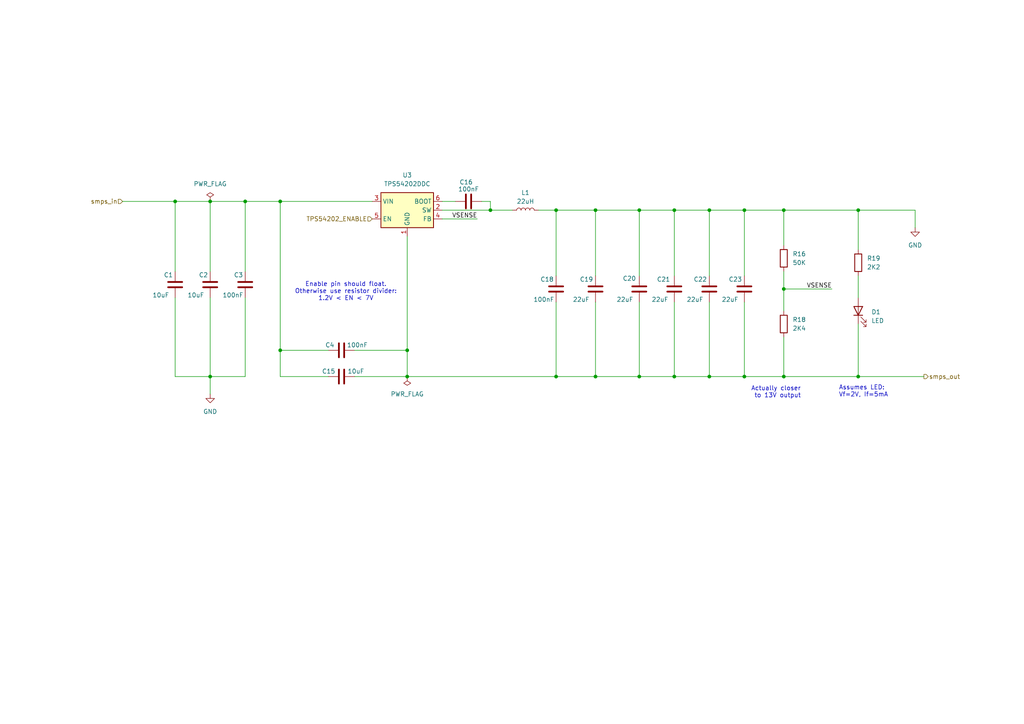
<source format=kicad_sch>
(kicad_sch
	(version 20231120)
	(generator "eeschema")
	(generator_version "8.0")
	(uuid "2cabf97a-8b70-40c7-9d97-7314d50ae0f3")
	(paper "A4")
	(title_block
		(title "${PROJECTNAME}")
		(date "2024-10-22")
		(rev "${REVISION}")
		(company "Created By: ${AUTHOR}")
	)
	(lib_symbols
		(symbol "Device:C"
			(pin_numbers hide)
			(pin_names
				(offset 0.254)
			)
			(exclude_from_sim no)
			(in_bom yes)
			(on_board yes)
			(property "Reference" "C"
				(at 0.635 2.54 0)
				(effects
					(font
						(size 1.27 1.27)
					)
					(justify left)
				)
			)
			(property "Value" "C"
				(at 0.635 -2.54 0)
				(effects
					(font
						(size 1.27 1.27)
					)
					(justify left)
				)
			)
			(property "Footprint" ""
				(at 0.9652 -3.81 0)
				(effects
					(font
						(size 1.27 1.27)
					)
					(hide yes)
				)
			)
			(property "Datasheet" "~"
				(at 0 0 0)
				(effects
					(font
						(size 1.27 1.27)
					)
					(hide yes)
				)
			)
			(property "Description" "Unpolarized capacitor"
				(at 0 0 0)
				(effects
					(font
						(size 1.27 1.27)
					)
					(hide yes)
				)
			)
			(property "ki_keywords" "cap capacitor"
				(at 0 0 0)
				(effects
					(font
						(size 1.27 1.27)
					)
					(hide yes)
				)
			)
			(property "ki_fp_filters" "C_*"
				(at 0 0 0)
				(effects
					(font
						(size 1.27 1.27)
					)
					(hide yes)
				)
			)
			(symbol "C_0_1"
				(polyline
					(pts
						(xy -2.032 -0.762) (xy 2.032 -0.762)
					)
					(stroke
						(width 0.508)
						(type default)
					)
					(fill
						(type none)
					)
				)
				(polyline
					(pts
						(xy -2.032 0.762) (xy 2.032 0.762)
					)
					(stroke
						(width 0.508)
						(type default)
					)
					(fill
						(type none)
					)
				)
			)
			(symbol "C_1_1"
				(pin passive line
					(at 0 3.81 270)
					(length 2.794)
					(name "~"
						(effects
							(font
								(size 1.27 1.27)
							)
						)
					)
					(number "1"
						(effects
							(font
								(size 1.27 1.27)
							)
						)
					)
				)
				(pin passive line
					(at 0 -3.81 90)
					(length 2.794)
					(name "~"
						(effects
							(font
								(size 1.27 1.27)
							)
						)
					)
					(number "2"
						(effects
							(font
								(size 1.27 1.27)
							)
						)
					)
				)
			)
		)
		(symbol "Device:L"
			(pin_numbers hide)
			(pin_names
				(offset 1.016) hide)
			(exclude_from_sim no)
			(in_bom yes)
			(on_board yes)
			(property "Reference" "L"
				(at -1.27 0 90)
				(effects
					(font
						(size 1.27 1.27)
					)
				)
			)
			(property "Value" "L"
				(at 1.905 0 90)
				(effects
					(font
						(size 1.27 1.27)
					)
				)
			)
			(property "Footprint" ""
				(at 0 0 0)
				(effects
					(font
						(size 1.27 1.27)
					)
					(hide yes)
				)
			)
			(property "Datasheet" "~"
				(at 0 0 0)
				(effects
					(font
						(size 1.27 1.27)
					)
					(hide yes)
				)
			)
			(property "Description" "Inductor"
				(at 0 0 0)
				(effects
					(font
						(size 1.27 1.27)
					)
					(hide yes)
				)
			)
			(property "ki_keywords" "inductor choke coil reactor magnetic"
				(at 0 0 0)
				(effects
					(font
						(size 1.27 1.27)
					)
					(hide yes)
				)
			)
			(property "ki_fp_filters" "Choke_* *Coil* Inductor_* L_*"
				(at 0 0 0)
				(effects
					(font
						(size 1.27 1.27)
					)
					(hide yes)
				)
			)
			(symbol "L_0_1"
				(arc
					(start 0 -2.54)
					(mid 0.6323 -1.905)
					(end 0 -1.27)
					(stroke
						(width 0)
						(type default)
					)
					(fill
						(type none)
					)
				)
				(arc
					(start 0 -1.27)
					(mid 0.6323 -0.635)
					(end 0 0)
					(stroke
						(width 0)
						(type default)
					)
					(fill
						(type none)
					)
				)
				(arc
					(start 0 0)
					(mid 0.6323 0.635)
					(end 0 1.27)
					(stroke
						(width 0)
						(type default)
					)
					(fill
						(type none)
					)
				)
				(arc
					(start 0 1.27)
					(mid 0.6323 1.905)
					(end 0 2.54)
					(stroke
						(width 0)
						(type default)
					)
					(fill
						(type none)
					)
				)
			)
			(symbol "L_1_1"
				(pin passive line
					(at 0 3.81 270)
					(length 1.27)
					(name "1"
						(effects
							(font
								(size 1.27 1.27)
							)
						)
					)
					(number "1"
						(effects
							(font
								(size 1.27 1.27)
							)
						)
					)
				)
				(pin passive line
					(at 0 -3.81 90)
					(length 1.27)
					(name "2"
						(effects
							(font
								(size 1.27 1.27)
							)
						)
					)
					(number "2"
						(effects
							(font
								(size 1.27 1.27)
							)
						)
					)
				)
			)
		)
		(symbol "Device:LED"
			(pin_numbers hide)
			(pin_names
				(offset 1.016) hide)
			(exclude_from_sim no)
			(in_bom yes)
			(on_board yes)
			(property "Reference" "D"
				(at 0 2.54 0)
				(effects
					(font
						(size 1.27 1.27)
					)
				)
			)
			(property "Value" "LED"
				(at 0 -2.54 0)
				(effects
					(font
						(size 1.27 1.27)
					)
				)
			)
			(property "Footprint" ""
				(at 0 0 0)
				(effects
					(font
						(size 1.27 1.27)
					)
					(hide yes)
				)
			)
			(property "Datasheet" "~"
				(at 0 0 0)
				(effects
					(font
						(size 1.27 1.27)
					)
					(hide yes)
				)
			)
			(property "Description" "Light emitting diode"
				(at 0 0 0)
				(effects
					(font
						(size 1.27 1.27)
					)
					(hide yes)
				)
			)
			(property "ki_keywords" "LED diode"
				(at 0 0 0)
				(effects
					(font
						(size 1.27 1.27)
					)
					(hide yes)
				)
			)
			(property "ki_fp_filters" "LED* LED_SMD:* LED_THT:*"
				(at 0 0 0)
				(effects
					(font
						(size 1.27 1.27)
					)
					(hide yes)
				)
			)
			(symbol "LED_0_1"
				(polyline
					(pts
						(xy -1.27 -1.27) (xy -1.27 1.27)
					)
					(stroke
						(width 0.254)
						(type default)
					)
					(fill
						(type none)
					)
				)
				(polyline
					(pts
						(xy -1.27 0) (xy 1.27 0)
					)
					(stroke
						(width 0)
						(type default)
					)
					(fill
						(type none)
					)
				)
				(polyline
					(pts
						(xy 1.27 -1.27) (xy 1.27 1.27) (xy -1.27 0) (xy 1.27 -1.27)
					)
					(stroke
						(width 0.254)
						(type default)
					)
					(fill
						(type none)
					)
				)
				(polyline
					(pts
						(xy -3.048 -0.762) (xy -4.572 -2.286) (xy -3.81 -2.286) (xy -4.572 -2.286) (xy -4.572 -1.524)
					)
					(stroke
						(width 0)
						(type default)
					)
					(fill
						(type none)
					)
				)
				(polyline
					(pts
						(xy -1.778 -0.762) (xy -3.302 -2.286) (xy -2.54 -2.286) (xy -3.302 -2.286) (xy -3.302 -1.524)
					)
					(stroke
						(width 0)
						(type default)
					)
					(fill
						(type none)
					)
				)
			)
			(symbol "LED_1_1"
				(pin passive line
					(at -3.81 0 0)
					(length 2.54)
					(name "K"
						(effects
							(font
								(size 1.27 1.27)
							)
						)
					)
					(number "1"
						(effects
							(font
								(size 1.27 1.27)
							)
						)
					)
				)
				(pin passive line
					(at 3.81 0 180)
					(length 2.54)
					(name "A"
						(effects
							(font
								(size 1.27 1.27)
							)
						)
					)
					(number "2"
						(effects
							(font
								(size 1.27 1.27)
							)
						)
					)
				)
			)
		)
		(symbol "Device:R"
			(pin_numbers hide)
			(pin_names
				(offset 0)
			)
			(exclude_from_sim no)
			(in_bom yes)
			(on_board yes)
			(property "Reference" "R"
				(at 2.032 0 90)
				(effects
					(font
						(size 1.27 1.27)
					)
				)
			)
			(property "Value" "R"
				(at 0 0 90)
				(effects
					(font
						(size 1.27 1.27)
					)
				)
			)
			(property "Footprint" ""
				(at -1.778 0 90)
				(effects
					(font
						(size 1.27 1.27)
					)
					(hide yes)
				)
			)
			(property "Datasheet" "~"
				(at 0 0 0)
				(effects
					(font
						(size 1.27 1.27)
					)
					(hide yes)
				)
			)
			(property "Description" "Resistor"
				(at 0 0 0)
				(effects
					(font
						(size 1.27 1.27)
					)
					(hide yes)
				)
			)
			(property "ki_keywords" "R res resistor"
				(at 0 0 0)
				(effects
					(font
						(size 1.27 1.27)
					)
					(hide yes)
				)
			)
			(property "ki_fp_filters" "R_*"
				(at 0 0 0)
				(effects
					(font
						(size 1.27 1.27)
					)
					(hide yes)
				)
			)
			(symbol "R_0_1"
				(rectangle
					(start -1.016 -2.54)
					(end 1.016 2.54)
					(stroke
						(width 0.254)
						(type default)
					)
					(fill
						(type none)
					)
				)
			)
			(symbol "R_1_1"
				(pin passive line
					(at 0 3.81 270)
					(length 1.27)
					(name "~"
						(effects
							(font
								(size 1.27 1.27)
							)
						)
					)
					(number "1"
						(effects
							(font
								(size 1.27 1.27)
							)
						)
					)
				)
				(pin passive line
					(at 0 -3.81 90)
					(length 1.27)
					(name "~"
						(effects
							(font
								(size 1.27 1.27)
							)
						)
					)
					(number "2"
						(effects
							(font
								(size 1.27 1.27)
							)
						)
					)
				)
			)
		)
		(symbol "Regulator_Switching:TPS54202DDC"
			(exclude_from_sim no)
			(in_bom yes)
			(on_board yes)
			(property "Reference" "U"
				(at -7.62 6.35 0)
				(effects
					(font
						(size 1.27 1.27)
					)
					(justify left)
				)
			)
			(property "Value" "TPS54202DDC"
				(at 0 6.35 0)
				(effects
					(font
						(size 1.27 1.27)
					)
					(justify left)
				)
			)
			(property "Footprint" "Package_TO_SOT_SMD:SOT-23-6"
				(at 1.27 -8.89 0)
				(effects
					(font
						(size 1.27 1.27)
					)
					(justify left)
					(hide yes)
				)
			)
			(property "Datasheet" "http://www.ti.com/lit/ds/symlink/tps54202.pdf"
				(at -7.62 8.89 0)
				(effects
					(font
						(size 1.27 1.27)
					)
					(hide yes)
				)
			)
			(property "Description" "2A, 4.5 to 28V Input, EMI Friendly integrated switch synchronous step-down regulator, pulse-skipping, SOT-23-6"
				(at 0 0 0)
				(effects
					(font
						(size 1.27 1.27)
					)
					(hide yes)
				)
			)
			(property "ki_keywords" "switching buck converter power-supply voltage regulator emi spread spectrum"
				(at 0 0 0)
				(effects
					(font
						(size 1.27 1.27)
					)
					(hide yes)
				)
			)
			(property "ki_fp_filters" "SOT?23*"
				(at 0 0 0)
				(effects
					(font
						(size 1.27 1.27)
					)
					(hide yes)
				)
			)
			(symbol "TPS54202DDC_0_1"
				(rectangle
					(start -7.62 5.08)
					(end 7.62 -5.08)
					(stroke
						(width 0.254)
						(type default)
					)
					(fill
						(type background)
					)
				)
			)
			(symbol "TPS54202DDC_1_1"
				(pin power_in line
					(at 0 -7.62 90)
					(length 2.54)
					(name "GND"
						(effects
							(font
								(size 1.27 1.27)
							)
						)
					)
					(number "1"
						(effects
							(font
								(size 1.27 1.27)
							)
						)
					)
				)
				(pin power_out line
					(at 10.16 0 180)
					(length 2.54)
					(name "SW"
						(effects
							(font
								(size 1.27 1.27)
							)
						)
					)
					(number "2"
						(effects
							(font
								(size 1.27 1.27)
							)
						)
					)
				)
				(pin power_in line
					(at -10.16 2.54 0)
					(length 2.54)
					(name "VIN"
						(effects
							(font
								(size 1.27 1.27)
							)
						)
					)
					(number "3"
						(effects
							(font
								(size 1.27 1.27)
							)
						)
					)
				)
				(pin input line
					(at 10.16 -2.54 180)
					(length 2.54)
					(name "FB"
						(effects
							(font
								(size 1.27 1.27)
							)
						)
					)
					(number "4"
						(effects
							(font
								(size 1.27 1.27)
							)
						)
					)
				)
				(pin input line
					(at -10.16 -2.54 0)
					(length 2.54)
					(name "EN"
						(effects
							(font
								(size 1.27 1.27)
							)
						)
					)
					(number "5"
						(effects
							(font
								(size 1.27 1.27)
							)
						)
					)
				)
				(pin passive line
					(at 10.16 2.54 180)
					(length 2.54)
					(name "BOOT"
						(effects
							(font
								(size 1.27 1.27)
							)
						)
					)
					(number "6"
						(effects
							(font
								(size 1.27 1.27)
							)
						)
					)
				)
			)
		)
		(symbol "power:GND"
			(power)
			(pin_numbers hide)
			(pin_names
				(offset 0) hide)
			(exclude_from_sim no)
			(in_bom yes)
			(on_board yes)
			(property "Reference" "#PWR"
				(at 0 -6.35 0)
				(effects
					(font
						(size 1.27 1.27)
					)
					(hide yes)
				)
			)
			(property "Value" "GND"
				(at 0 -3.81 0)
				(effects
					(font
						(size 1.27 1.27)
					)
				)
			)
			(property "Footprint" ""
				(at 0 0 0)
				(effects
					(font
						(size 1.27 1.27)
					)
					(hide yes)
				)
			)
			(property "Datasheet" ""
				(at 0 0 0)
				(effects
					(font
						(size 1.27 1.27)
					)
					(hide yes)
				)
			)
			(property "Description" "Power symbol creates a global label with name \"GND\" , ground"
				(at 0 0 0)
				(effects
					(font
						(size 1.27 1.27)
					)
					(hide yes)
				)
			)
			(property "ki_keywords" "global power"
				(at 0 0 0)
				(effects
					(font
						(size 1.27 1.27)
					)
					(hide yes)
				)
			)
			(symbol "GND_0_1"
				(polyline
					(pts
						(xy 0 0) (xy 0 -1.27) (xy 1.27 -1.27) (xy 0 -2.54) (xy -1.27 -1.27) (xy 0 -1.27)
					)
					(stroke
						(width 0)
						(type default)
					)
					(fill
						(type none)
					)
				)
			)
			(symbol "GND_1_1"
				(pin power_in line
					(at 0 0 270)
					(length 0)
					(name "~"
						(effects
							(font
								(size 1.27 1.27)
							)
						)
					)
					(number "1"
						(effects
							(font
								(size 1.27 1.27)
							)
						)
					)
				)
			)
		)
		(symbol "power:PWR_FLAG"
			(power)
			(pin_numbers hide)
			(pin_names
				(offset 0) hide)
			(exclude_from_sim no)
			(in_bom yes)
			(on_board yes)
			(property "Reference" "#FLG"
				(at 0 1.905 0)
				(effects
					(font
						(size 1.27 1.27)
					)
					(hide yes)
				)
			)
			(property "Value" "PWR_FLAG"
				(at 0 3.81 0)
				(effects
					(font
						(size 1.27 1.27)
					)
				)
			)
			(property "Footprint" ""
				(at 0 0 0)
				(effects
					(font
						(size 1.27 1.27)
					)
					(hide yes)
				)
			)
			(property "Datasheet" "~"
				(at 0 0 0)
				(effects
					(font
						(size 1.27 1.27)
					)
					(hide yes)
				)
			)
			(property "Description" "Special symbol for telling ERC where power comes from"
				(at 0 0 0)
				(effects
					(font
						(size 1.27 1.27)
					)
					(hide yes)
				)
			)
			(property "ki_keywords" "flag power"
				(at 0 0 0)
				(effects
					(font
						(size 1.27 1.27)
					)
					(hide yes)
				)
			)
			(symbol "PWR_FLAG_0_0"
				(pin power_out line
					(at 0 0 90)
					(length 0)
					(name "~"
						(effects
							(font
								(size 1.27 1.27)
							)
						)
					)
					(number "1"
						(effects
							(font
								(size 1.27 1.27)
							)
						)
					)
				)
			)
			(symbol "PWR_FLAG_0_1"
				(polyline
					(pts
						(xy 0 0) (xy 0 1.27) (xy -1.016 1.905) (xy 0 2.54) (xy 1.016 1.905) (xy 0 1.27)
					)
					(stroke
						(width 0)
						(type default)
					)
					(fill
						(type none)
					)
				)
			)
		)
	)
	(junction
		(at 118.11 101.6)
		(diameter 0)
		(color 0 0 0 0)
		(uuid "042eeacf-102d-4555-940c-af3435c21fa9")
	)
	(junction
		(at 185.42 109.22)
		(diameter 0)
		(color 0 0 0 0)
		(uuid "04bf8b0d-70dc-4e07-8b26-20d3bbe4760e")
	)
	(junction
		(at 161.29 60.96)
		(diameter 0)
		(color 0 0 0 0)
		(uuid "08fb56b9-7b7e-46a0-9286-aca48fa8af67")
	)
	(junction
		(at 172.72 60.96)
		(diameter 0)
		(color 0 0 0 0)
		(uuid "12b5eb29-7212-4228-8222-f8044a9b5f50")
	)
	(junction
		(at 60.96 58.42)
		(diameter 0)
		(color 0 0 0 0)
		(uuid "135920e2-e4c0-48ea-b292-78fdd1d2f9d5")
	)
	(junction
		(at 227.33 83.82)
		(diameter 0)
		(color 0 0 0 0)
		(uuid "1a4bfe77-deca-4d90-b834-4de805c21dd0")
	)
	(junction
		(at 205.74 60.96)
		(diameter 0)
		(color 0 0 0 0)
		(uuid "25036d63-9d02-42d4-ae9d-ddffca64e0f1")
	)
	(junction
		(at 227.33 109.22)
		(diameter 0)
		(color 0 0 0 0)
		(uuid "44a32992-e28d-48b1-914f-49e711697264")
	)
	(junction
		(at 161.29 109.22)
		(diameter 0)
		(color 0 0 0 0)
		(uuid "5bdaf1b4-7c7b-47d4-89de-67cc48325224")
	)
	(junction
		(at 118.11 109.22)
		(diameter 0)
		(color 0 0 0 0)
		(uuid "5ddfef89-ab81-4013-843d-593b0e62f9a1")
	)
	(junction
		(at 215.9 60.96)
		(diameter 0)
		(color 0 0 0 0)
		(uuid "7c8d5ec9-7efe-425a-a227-78d4d938e793")
	)
	(junction
		(at 81.28 101.6)
		(diameter 0)
		(color 0 0 0 0)
		(uuid "863e7474-8853-4c73-9f17-ea7437805d48")
	)
	(junction
		(at 81.28 58.42)
		(diameter 0)
		(color 0 0 0 0)
		(uuid "8678df71-6c35-4e7b-b4c6-9a2f47d92919")
	)
	(junction
		(at 71.12 58.42)
		(diameter 0)
		(color 0 0 0 0)
		(uuid "870b97a9-3cf0-438c-a278-9ada6ba666af")
	)
	(junction
		(at 195.58 109.22)
		(diameter 0)
		(color 0 0 0 0)
		(uuid "a0e9605f-d68f-4306-8cbd-b05dc9a75fc8")
	)
	(junction
		(at 142.24 60.96)
		(diameter 0)
		(color 0 0 0 0)
		(uuid "a3953ee0-bdfc-4cc5-8042-c9aeee3477bb")
	)
	(junction
		(at 227.33 60.96)
		(diameter 0)
		(color 0 0 0 0)
		(uuid "b8acc0c7-8e4e-4e79-9d09-fb4b4a484778")
	)
	(junction
		(at 60.96 109.22)
		(diameter 0)
		(color 0 0 0 0)
		(uuid "b92fffb1-39bb-421f-b400-f8748916f21b")
	)
	(junction
		(at 172.72 109.22)
		(diameter 0)
		(color 0 0 0 0)
		(uuid "bcf54106-810a-416f-bc73-acb924b31a14")
	)
	(junction
		(at 185.42 60.96)
		(diameter 0)
		(color 0 0 0 0)
		(uuid "bd702f4a-c3c7-47a5-98be-00f6c241a35c")
	)
	(junction
		(at 205.74 109.22)
		(diameter 0)
		(color 0 0 0 0)
		(uuid "c9e4fa6b-0dad-462c-af8b-513480d23da8")
	)
	(junction
		(at 248.92 109.22)
		(diameter 0)
		(color 0 0 0 0)
		(uuid "f1714e83-b9da-4f94-90f5-9e3ed4aa3d13")
	)
	(junction
		(at 248.92 60.96)
		(diameter 0)
		(color 0 0 0 0)
		(uuid "f7b21ef7-bec2-472b-83df-33d521b9d871")
	)
	(junction
		(at 50.8 58.42)
		(diameter 0)
		(color 0 0 0 0)
		(uuid "f7ee99f5-49f5-4465-b9e7-b046187c65e4")
	)
	(junction
		(at 195.58 60.96)
		(diameter 0)
		(color 0 0 0 0)
		(uuid "f9507563-098e-4053-930b-79d52e51f3a4")
	)
	(junction
		(at 215.9 109.22)
		(diameter 0)
		(color 0 0 0 0)
		(uuid "feb5f205-b3ae-492a-b888-6ca79bc3974d")
	)
	(wire
		(pts
			(xy 60.96 109.22) (xy 60.96 114.3)
		)
		(stroke
			(width 0)
			(type default)
		)
		(uuid "052fbf44-7071-46ab-9e29-983f65cb258a")
	)
	(wire
		(pts
			(xy 102.87 109.22) (xy 118.11 109.22)
		)
		(stroke
			(width 0)
			(type default)
		)
		(uuid "11255d11-ec7b-45a5-9d85-8be74a664c6f")
	)
	(wire
		(pts
			(xy 172.72 60.96) (xy 172.72 80.01)
		)
		(stroke
			(width 0)
			(type default)
		)
		(uuid "12bc6765-ec40-4810-91ed-f58c0c55f436")
	)
	(wire
		(pts
			(xy 60.96 109.22) (xy 71.12 109.22)
		)
		(stroke
			(width 0)
			(type default)
		)
		(uuid "182bbb25-be84-4da9-97f5-aba3ca1b6df8")
	)
	(wire
		(pts
			(xy 81.28 109.22) (xy 95.25 109.22)
		)
		(stroke
			(width 0)
			(type default)
		)
		(uuid "1d235ae0-881b-46c9-bc79-1bc979931a01")
	)
	(wire
		(pts
			(xy 50.8 58.42) (xy 60.96 58.42)
		)
		(stroke
			(width 0)
			(type default)
		)
		(uuid "1e47ae70-5614-4bbd-a217-90aaf89579b4")
	)
	(wire
		(pts
			(xy 227.33 97.79) (xy 227.33 109.22)
		)
		(stroke
			(width 0)
			(type default)
		)
		(uuid "23b097e8-f0cf-45e6-8571-1f1af4fb5a87")
	)
	(wire
		(pts
			(xy 128.27 60.96) (xy 142.24 60.96)
		)
		(stroke
			(width 0)
			(type default)
		)
		(uuid "2f9872ba-efb7-48c9-bd30-534a7d6130a7")
	)
	(wire
		(pts
			(xy 172.72 109.22) (xy 185.42 109.22)
		)
		(stroke
			(width 0)
			(type default)
		)
		(uuid "30322f77-9c98-4dda-a7d7-7eb2cd44b945")
	)
	(wire
		(pts
			(xy 118.11 109.22) (xy 161.29 109.22)
		)
		(stroke
			(width 0)
			(type default)
		)
		(uuid "304e48e7-b129-4525-9a11-eab47dd3affc")
	)
	(wire
		(pts
			(xy 71.12 58.42) (xy 81.28 58.42)
		)
		(stroke
			(width 0)
			(type default)
		)
		(uuid "329ecf4f-cf12-42d5-96a1-8e0ce70f8222")
	)
	(wire
		(pts
			(xy 195.58 87.63) (xy 195.58 109.22)
		)
		(stroke
			(width 0)
			(type default)
		)
		(uuid "37764cc8-8fe3-4229-b4bb-c650850f0465")
	)
	(wire
		(pts
			(xy 60.96 58.42) (xy 60.96 78.74)
		)
		(stroke
			(width 0)
			(type default)
		)
		(uuid "3dced9fb-9848-4b31-b182-7a8c41b6016c")
	)
	(wire
		(pts
			(xy 205.74 60.96) (xy 215.9 60.96)
		)
		(stroke
			(width 0)
			(type default)
		)
		(uuid "4a3e15fa-9e80-4e60-b943-0aab832e0c77")
	)
	(wire
		(pts
			(xy 195.58 109.22) (xy 205.74 109.22)
		)
		(stroke
			(width 0)
			(type default)
		)
		(uuid "4cd62b24-e59b-46e4-b4e6-0338933d40df")
	)
	(wire
		(pts
			(xy 185.42 60.96) (xy 185.42 80.01)
		)
		(stroke
			(width 0)
			(type default)
		)
		(uuid "4dd0e20e-f8d8-4f24-81d6-587e66b1317e")
	)
	(wire
		(pts
			(xy 142.24 58.42) (xy 142.24 60.96)
		)
		(stroke
			(width 0)
			(type default)
		)
		(uuid "534d6080-12e3-41f1-b5bb-439c3368db07")
	)
	(wire
		(pts
			(xy 139.7 58.42) (xy 142.24 58.42)
		)
		(stroke
			(width 0)
			(type default)
		)
		(uuid "57c0ed80-d0b9-4c03-a8b2-22587b4411c4")
	)
	(wire
		(pts
			(xy 227.33 83.82) (xy 227.33 90.17)
		)
		(stroke
			(width 0)
			(type default)
		)
		(uuid "5b1c1217-dfb0-4c28-b5c9-0ec0c63bb006")
	)
	(wire
		(pts
			(xy 185.42 60.96) (xy 195.58 60.96)
		)
		(stroke
			(width 0)
			(type default)
		)
		(uuid "5dde8436-842b-437e-8f48-399622b1bf3e")
	)
	(wire
		(pts
			(xy 215.9 87.63) (xy 215.9 109.22)
		)
		(stroke
			(width 0)
			(type default)
		)
		(uuid "60fc8d6d-347e-483f-995b-03d6cccbe383")
	)
	(wire
		(pts
			(xy 172.72 87.63) (xy 172.72 109.22)
		)
		(stroke
			(width 0)
			(type default)
		)
		(uuid "644a0d77-999e-4cb3-8127-506faaa6fa50")
	)
	(wire
		(pts
			(xy 161.29 87.63) (xy 161.29 109.22)
		)
		(stroke
			(width 0)
			(type default)
		)
		(uuid "688c5f6d-4ad2-4aa9-ab2b-9b7a8c3e1b74")
	)
	(wire
		(pts
			(xy 81.28 101.6) (xy 81.28 109.22)
		)
		(stroke
			(width 0)
			(type default)
		)
		(uuid "68f84635-6c0a-4695-87d6-abf8a5524a12")
	)
	(wire
		(pts
			(xy 71.12 58.42) (xy 71.12 78.74)
		)
		(stroke
			(width 0)
			(type default)
		)
		(uuid "69f63421-4eea-4f37-9253-a1770e11e56d")
	)
	(wire
		(pts
			(xy 205.74 109.22) (xy 215.9 109.22)
		)
		(stroke
			(width 0)
			(type default)
		)
		(uuid "6f5abcaa-8d8a-41c6-880e-3f0b9a850f16")
	)
	(wire
		(pts
			(xy 205.74 87.63) (xy 205.74 109.22)
		)
		(stroke
			(width 0)
			(type default)
		)
		(uuid "70b08cb1-3636-4609-92e1-ac70dc8279d6")
	)
	(wire
		(pts
			(xy 50.8 109.22) (xy 60.96 109.22)
		)
		(stroke
			(width 0)
			(type default)
		)
		(uuid "7544f391-e0c9-4dcc-bb7d-fe4b7c274ed1")
	)
	(wire
		(pts
			(xy 227.33 109.22) (xy 248.92 109.22)
		)
		(stroke
			(width 0)
			(type default)
		)
		(uuid "7625badf-0c69-42f8-a9ad-a0e5bd1c95d2")
	)
	(wire
		(pts
			(xy 60.96 58.42) (xy 71.12 58.42)
		)
		(stroke
			(width 0)
			(type default)
		)
		(uuid "7743804e-6745-430c-aa39-3c3182181dcd")
	)
	(wire
		(pts
			(xy 205.74 60.96) (xy 205.74 80.01)
		)
		(stroke
			(width 0)
			(type default)
		)
		(uuid "780ddcec-1dab-4eb8-8276-2cdec82e373b")
	)
	(wire
		(pts
			(xy 71.12 86.36) (xy 71.12 109.22)
		)
		(stroke
			(width 0)
			(type default)
		)
		(uuid "7978277b-f287-4985-a313-b969e17d1390")
	)
	(wire
		(pts
			(xy 161.29 109.22) (xy 172.72 109.22)
		)
		(stroke
			(width 0)
			(type default)
		)
		(uuid "7ab48d21-d3da-43b6-9cb2-ea5983df2193")
	)
	(wire
		(pts
			(xy 195.58 60.96) (xy 195.58 80.01)
		)
		(stroke
			(width 0)
			(type default)
		)
		(uuid "7f517c54-2532-4753-a55b-4b87008caac7")
	)
	(wire
		(pts
			(xy 248.92 80.01) (xy 248.92 86.36)
		)
		(stroke
			(width 0)
			(type default)
		)
		(uuid "80546a88-05a4-4971-a15b-17a5e3298606")
	)
	(wire
		(pts
			(xy 118.11 68.58) (xy 118.11 101.6)
		)
		(stroke
			(width 0)
			(type default)
		)
		(uuid "84d81788-fe75-43c5-9296-bcfa038e33e9")
	)
	(wire
		(pts
			(xy 128.27 58.42) (xy 132.08 58.42)
		)
		(stroke
			(width 0)
			(type default)
		)
		(uuid "879b9484-28e9-48d9-b4cb-d84e913afbdf")
	)
	(wire
		(pts
			(xy 35.56 58.42) (xy 50.8 58.42)
		)
		(stroke
			(width 0)
			(type default)
		)
		(uuid "8a1fee09-da12-49d8-9796-68d7aa7fb6db")
	)
	(wire
		(pts
			(xy 50.8 86.36) (xy 50.8 109.22)
		)
		(stroke
			(width 0)
			(type default)
		)
		(uuid "932e1d64-c28e-4034-b725-1873123072c2")
	)
	(wire
		(pts
			(xy 81.28 101.6) (xy 95.25 101.6)
		)
		(stroke
			(width 0)
			(type default)
		)
		(uuid "94e4772a-43cd-434a-8059-776d395f9006")
	)
	(wire
		(pts
			(xy 156.21 60.96) (xy 161.29 60.96)
		)
		(stroke
			(width 0)
			(type default)
		)
		(uuid "95845ea6-82e0-47bc-a1f4-b144282e9361")
	)
	(wire
		(pts
			(xy 195.58 60.96) (xy 205.74 60.96)
		)
		(stroke
			(width 0)
			(type default)
		)
		(uuid "988e1303-1551-4043-bc3e-b7cfd2044deb")
	)
	(wire
		(pts
			(xy 248.92 60.96) (xy 265.43 60.96)
		)
		(stroke
			(width 0)
			(type default)
		)
		(uuid "9d75f3cf-fed9-47b6-a994-94b59f00b6d9")
	)
	(wire
		(pts
			(xy 265.43 60.96) (xy 265.43 66.04)
		)
		(stroke
			(width 0)
			(type default)
		)
		(uuid "a5413393-1590-4a34-bf25-d90c27da5920")
	)
	(wire
		(pts
			(xy 81.28 58.42) (xy 81.28 101.6)
		)
		(stroke
			(width 0)
			(type default)
		)
		(uuid "a7dcc3d7-e6d5-492d-a644-d2676e5e9923")
	)
	(wire
		(pts
			(xy 215.9 109.22) (xy 227.33 109.22)
		)
		(stroke
			(width 0)
			(type default)
		)
		(uuid "b31299c4-d7d0-482a-8f9c-1b4e00c5dd8b")
	)
	(wire
		(pts
			(xy 215.9 60.96) (xy 227.33 60.96)
		)
		(stroke
			(width 0)
			(type default)
		)
		(uuid "bae6ff62-df58-44ea-a5be-560754a7b4c0")
	)
	(wire
		(pts
			(xy 161.29 60.96) (xy 161.29 80.01)
		)
		(stroke
			(width 0)
			(type default)
		)
		(uuid "bff55ff6-e9a2-4bbf-bc1e-a1dffe352807")
	)
	(wire
		(pts
			(xy 227.33 60.96) (xy 248.92 60.96)
		)
		(stroke
			(width 0)
			(type default)
		)
		(uuid "c1d793ba-bff2-4407-aaa6-9b0dc373ad67")
	)
	(wire
		(pts
			(xy 118.11 101.6) (xy 118.11 109.22)
		)
		(stroke
			(width 0)
			(type default)
		)
		(uuid "c275c16c-e50a-4a61-ad0f-7c7d9eef29ab")
	)
	(wire
		(pts
			(xy 81.28 58.42) (xy 107.95 58.42)
		)
		(stroke
			(width 0)
			(type default)
		)
		(uuid "c56b618f-8a7e-45cf-9963-0b20f8dfd677")
	)
	(wire
		(pts
			(xy 50.8 58.42) (xy 50.8 78.74)
		)
		(stroke
			(width 0)
			(type default)
		)
		(uuid "ce71c751-1180-4ba6-b8e8-352a210636d0")
	)
	(wire
		(pts
			(xy 227.33 78.74) (xy 227.33 83.82)
		)
		(stroke
			(width 0)
			(type default)
		)
		(uuid "d0689ede-ec83-4b42-a8ef-12c6e08d65b5")
	)
	(wire
		(pts
			(xy 60.96 86.36) (xy 60.96 109.22)
		)
		(stroke
			(width 0)
			(type default)
		)
		(uuid "d756698a-b61b-44c2-9a52-8a76c0d3e640")
	)
	(wire
		(pts
			(xy 248.92 93.98) (xy 248.92 109.22)
		)
		(stroke
			(width 0)
			(type default)
		)
		(uuid "d80591d7-b18b-48f0-bd35-e116b73a9d9f")
	)
	(wire
		(pts
			(xy 215.9 60.96) (xy 215.9 80.01)
		)
		(stroke
			(width 0)
			(type default)
		)
		(uuid "d9a29110-d71f-4cdd-902b-d56b20b4b621")
	)
	(wire
		(pts
			(xy 172.72 60.96) (xy 185.42 60.96)
		)
		(stroke
			(width 0)
			(type default)
		)
		(uuid "dc490879-3008-4210-a991-73a39309c622")
	)
	(wire
		(pts
			(xy 227.33 83.82) (xy 241.3 83.82)
		)
		(stroke
			(width 0)
			(type default)
		)
		(uuid "dd1a0c15-e85f-47c5-aadd-247f0f3aa038")
	)
	(wire
		(pts
			(xy 185.42 87.63) (xy 185.42 109.22)
		)
		(stroke
			(width 0)
			(type default)
		)
		(uuid "df0d195a-6055-42ca-ba35-a2b8533b3ff2")
	)
	(wire
		(pts
			(xy 161.29 60.96) (xy 172.72 60.96)
		)
		(stroke
			(width 0)
			(type default)
		)
		(uuid "e7dcae09-e0c0-4f6a-8ceb-4875ed5deccb")
	)
	(wire
		(pts
			(xy 248.92 109.22) (xy 267.97 109.22)
		)
		(stroke
			(width 0)
			(type default)
		)
		(uuid "ea424578-785f-42e6-a9e8-f63558df1285")
	)
	(wire
		(pts
			(xy 142.24 60.96) (xy 148.59 60.96)
		)
		(stroke
			(width 0)
			(type default)
		)
		(uuid "ec04f45e-820f-4acb-81ce-a4ddb3cd86ad")
	)
	(wire
		(pts
			(xy 227.33 60.96) (xy 227.33 71.12)
		)
		(stroke
			(width 0)
			(type default)
		)
		(uuid "eee02dcb-1985-434c-bb4c-e94c6c468b02")
	)
	(wire
		(pts
			(xy 185.42 109.22) (xy 195.58 109.22)
		)
		(stroke
			(width 0)
			(type default)
		)
		(uuid "f1aae08e-9645-4de3-9a08-9baa2ebbb38b")
	)
	(wire
		(pts
			(xy 102.87 101.6) (xy 118.11 101.6)
		)
		(stroke
			(width 0)
			(type default)
		)
		(uuid "f994d8ca-2cb4-4cd5-a8ec-aaf678e7a7ce")
	)
	(wire
		(pts
			(xy 248.92 60.96) (xy 248.92 72.39)
		)
		(stroke
			(width 0)
			(type default)
		)
		(uuid "fc4f8306-8014-435b-9e66-92c6a20dc49d")
	)
	(wire
		(pts
			(xy 128.27 63.5) (xy 138.43 63.5)
		)
		(stroke
			(width 0)
			(type default)
		)
		(uuid "fcdd61d7-bca9-4ca5-a67a-46e552b7d9e5")
	)
	(text "Assumes LED: \nVf=2V, If=5mA"
		(exclude_from_sim no)
		(at 250.444 113.538 0)
		(effects
			(font
				(size 1.27 1.27)
			)
		)
		(uuid "bf5ad835-d176-4ff2-a7a2-fa4d787d0667")
	)
	(text "Actually closer \nto 13V output"
		(exclude_from_sim no)
		(at 225.552 113.792 0)
		(effects
			(font
				(size 1.27 1.27)
			)
		)
		(uuid "d27cb0b0-2b65-4263-8e6f-4add06c1a28a")
	)
	(text "Enable pin should float.\nOtherwise use resistor divider:\n1.2V < EN < 7V"
		(exclude_from_sim no)
		(at 100.33 84.582 0)
		(effects
			(font
				(size 1.27 1.27)
			)
		)
		(uuid "ecb68b0f-1f95-47d8-9687-45c21f478d91")
	)
	(label "VSENSE"
		(at 138.43 63.5 180)
		(fields_autoplaced yes)
		(effects
			(font
				(size 1.27 1.27)
			)
			(justify right bottom)
		)
		(uuid "16b9b385-a669-47ec-ab27-a9d424b3483b")
	)
	(label "VSENSE"
		(at 241.3 83.82 180)
		(fields_autoplaced yes)
		(effects
			(font
				(size 1.27 1.27)
			)
			(justify right bottom)
		)
		(uuid "54543f17-de19-4f9c-ac8b-9a3abba7b4e9")
	)
	(hierarchical_label "smps_out"
		(shape output)
		(at 267.97 109.22 0)
		(fields_autoplaced yes)
		(effects
			(font
				(size 1.27 1.27)
			)
			(justify left)
		)
		(uuid "47c6643b-0e43-46f0-ab91-7fe462b6665f")
	)
	(hierarchical_label "smps_in"
		(shape input)
		(at 35.56 58.42 180)
		(fields_autoplaced yes)
		(effects
			(font
				(size 1.27 1.27)
			)
			(justify right)
		)
		(uuid "a9de5fb9-e753-4770-a1fa-0590a8e3519c")
	)
	(hierarchical_label "TPS54202_ENABLE"
		(shape input)
		(at 107.95 63.5 180)
		(fields_autoplaced yes)
		(effects
			(font
				(size 1.27 1.27)
			)
			(justify right)
		)
		(uuid "ebabadc5-aa9f-42ac-9b1a-7839d045efc2")
	)
	(symbol
		(lib_id "Device:R")
		(at 227.33 74.93 180)
		(unit 1)
		(exclude_from_sim no)
		(in_bom yes)
		(on_board yes)
		(dnp no)
		(fields_autoplaced yes)
		(uuid "06a261db-0797-4d0c-9891-43c966b5a250")
		(property "Reference" "R16"
			(at 229.87 73.6599 0)
			(effects
				(font
					(size 1.27 1.27)
				)
				(justify right)
			)
		)
		(property "Value" "50K"
			(at 229.87 76.1999 0)
			(effects
				(font
					(size 1.27 1.27)
				)
				(justify right)
			)
		)
		(property "Footprint" "Resistor_SMD:R_0805_2012Metric_Pad1.20x1.40mm_HandSolder"
			(at 229.108 74.93 90)
			(effects
				(font
					(size 1.27 1.27)
				)
				(hide yes)
			)
		)
		(property "Datasheet" "~"
			(at 227.33 74.93 0)
			(effects
				(font
					(size 1.27 1.27)
				)
				(hide yes)
			)
		)
		(property "Description" "Resistor"
			(at 227.33 74.93 0)
			(effects
				(font
					(size 1.27 1.27)
				)
				(hide yes)
			)
		)
		(pin "2"
			(uuid "e87e143c-e0ca-42f9-9c47-99bb66aa687a")
		)
		(pin "1"
			(uuid "568ea6cd-c9d1-4fd0-a073-eba4c5468c41")
		)
		(instances
			(project "Tiny4xPoweredStereoMixer"
				(path "/68c4b081-ef47-4ba5-a55f-4ef66cb2b598/90ba425d-eaf5-48b4-804f-91b46c159bdf/2de80bd8-59cf-45da-b027-4f047eba247b"
					(reference "R16")
					(unit 1)
				)
			)
		)
	)
	(symbol
		(lib_id "Device:C")
		(at 99.06 101.6 90)
		(unit 1)
		(exclude_from_sim no)
		(in_bom yes)
		(on_board yes)
		(dnp no)
		(uuid "17211e43-262e-424f-8975-ccc8611fe861")
		(property "Reference" "C4"
			(at 97.028 100.076 90)
			(effects
				(font
					(size 1.27 1.27)
				)
				(justify left)
			)
		)
		(property "Value" "100nF"
			(at 106.68 100.076 90)
			(effects
				(font
					(size 1.27 1.27)
				)
				(justify left)
			)
		)
		(property "Footprint" "Capacitor_SMD:C_0805_2012Metric_Pad1.18x1.45mm_HandSolder"
			(at 102.87 100.6348 0)
			(effects
				(font
					(size 1.27 1.27)
				)
				(hide yes)
			)
		)
		(property "Datasheet" "~"
			(at 99.06 101.6 0)
			(effects
				(font
					(size 1.27 1.27)
				)
				(hide yes)
			)
		)
		(property "Description" "Unpolarized capacitor"
			(at 99.06 101.6 0)
			(effects
				(font
					(size 1.27 1.27)
				)
				(hide yes)
			)
		)
		(pin "2"
			(uuid "ef462e77-134a-49f1-984c-612db84ed177")
		)
		(pin "1"
			(uuid "e54d2c33-af04-4c4f-913d-f27b7a1b7049")
		)
		(instances
			(project "Tiny4xPoweredStereoMixer"
				(path "/68c4b081-ef47-4ba5-a55f-4ef66cb2b598/90ba425d-eaf5-48b4-804f-91b46c159bdf/2de80bd8-59cf-45da-b027-4f047eba247b"
					(reference "C4")
					(unit 1)
				)
			)
		)
	)
	(symbol
		(lib_id "Device:C")
		(at 60.96 82.55 0)
		(unit 1)
		(exclude_from_sim no)
		(in_bom yes)
		(on_board yes)
		(dnp no)
		(uuid "1afca3aa-66d9-4d17-a3f7-d5f01a70fe40")
		(property "Reference" "C2"
			(at 57.658 79.756 0)
			(effects
				(font
					(size 1.27 1.27)
				)
				(justify left)
			)
		)
		(property "Value" "10uF"
			(at 54.356 85.598 0)
			(effects
				(font
					(size 1.27 1.27)
				)
				(justify left)
			)
		)
		(property "Footprint" "Capacitor_SMD:C_0805_2012Metric_Pad1.18x1.45mm_HandSolder"
			(at 61.9252 86.36 0)
			(effects
				(font
					(size 1.27 1.27)
				)
				(hide yes)
			)
		)
		(property "Datasheet" "~"
			(at 60.96 82.55 0)
			(effects
				(font
					(size 1.27 1.27)
				)
				(hide yes)
			)
		)
		(property "Description" "Unpolarized capacitor"
			(at 60.96 82.55 0)
			(effects
				(font
					(size 1.27 1.27)
				)
				(hide yes)
			)
		)
		(pin "2"
			(uuid "5dee5b22-4f36-4af5-bbd2-e4907739d72b")
		)
		(pin "1"
			(uuid "dc9c2e7c-d301-4fa9-9ae4-4293081091f8")
		)
		(instances
			(project "Tiny4xPoweredStereoMixer"
				(path "/68c4b081-ef47-4ba5-a55f-4ef66cb2b598/90ba425d-eaf5-48b4-804f-91b46c159bdf/2de80bd8-59cf-45da-b027-4f047eba247b"
					(reference "C2")
					(unit 1)
				)
			)
		)
	)
	(symbol
		(lib_id "Device:C")
		(at 195.58 83.82 0)
		(unit 1)
		(exclude_from_sim no)
		(in_bom yes)
		(on_board yes)
		(dnp no)
		(uuid "3107db1d-a90b-490d-a199-fd1f9e6f9639")
		(property "Reference" "C21"
			(at 190.5 81.026 0)
			(effects
				(font
					(size 1.27 1.27)
				)
				(justify left)
			)
		)
		(property "Value" "22uF"
			(at 188.976 86.868 0)
			(effects
				(font
					(size 1.27 1.27)
				)
				(justify left)
			)
		)
		(property "Footprint" "Capacitor_SMD:C_0805_2012Metric_Pad1.18x1.45mm_HandSolder"
			(at 196.5452 87.63 0)
			(effects
				(font
					(size 1.27 1.27)
				)
				(hide yes)
			)
		)
		(property "Datasheet" "~"
			(at 195.58 83.82 0)
			(effects
				(font
					(size 1.27 1.27)
				)
				(hide yes)
			)
		)
		(property "Description" "Unpolarized capacitor"
			(at 195.58 83.82 0)
			(effects
				(font
					(size 1.27 1.27)
				)
				(hide yes)
			)
		)
		(pin "2"
			(uuid "e9f76247-e99c-4a6f-8264-4e7931bf19dd")
		)
		(pin "1"
			(uuid "ceeeb675-857e-4746-a102-ca8574ed91de")
		)
		(instances
			(project "Tiny4xPoweredStereoMixer"
				(path "/68c4b081-ef47-4ba5-a55f-4ef66cb2b598/90ba425d-eaf5-48b4-804f-91b46c159bdf/2de80bd8-59cf-45da-b027-4f047eba247b"
					(reference "C21")
					(unit 1)
				)
			)
		)
	)
	(symbol
		(lib_id "Device:C")
		(at 185.42 83.82 0)
		(unit 1)
		(exclude_from_sim no)
		(in_bom yes)
		(on_board yes)
		(dnp no)
		(uuid "35a779ee-f504-4730-9411-4ba7df86086d")
		(property "Reference" "C20"
			(at 180.594 80.772 0)
			(effects
				(font
					(size 1.27 1.27)
				)
				(justify left)
			)
		)
		(property "Value" "22uF"
			(at 178.816 86.868 0)
			(effects
				(font
					(size 1.27 1.27)
				)
				(justify left)
			)
		)
		(property "Footprint" "Capacitor_SMD:C_0805_2012Metric_Pad1.18x1.45mm_HandSolder"
			(at 186.3852 87.63 0)
			(effects
				(font
					(size 1.27 1.27)
				)
				(hide yes)
			)
		)
		(property "Datasheet" "~"
			(at 185.42 83.82 0)
			(effects
				(font
					(size 1.27 1.27)
				)
				(hide yes)
			)
		)
		(property "Description" "Unpolarized capacitor"
			(at 185.42 83.82 0)
			(effects
				(font
					(size 1.27 1.27)
				)
				(hide yes)
			)
		)
		(pin "2"
			(uuid "42173e32-cb72-4d96-9077-8bb55bcb1ea3")
		)
		(pin "1"
			(uuid "90dc28a7-2db5-4278-b21f-08255184c67c")
		)
		(instances
			(project "Tiny4xPoweredStereoMixer"
				(path "/68c4b081-ef47-4ba5-a55f-4ef66cb2b598/90ba425d-eaf5-48b4-804f-91b46c159bdf/2de80bd8-59cf-45da-b027-4f047eba247b"
					(reference "C20")
					(unit 1)
				)
			)
		)
	)
	(symbol
		(lib_id "Device:R")
		(at 248.92 76.2 180)
		(unit 1)
		(exclude_from_sim no)
		(in_bom yes)
		(on_board yes)
		(dnp no)
		(fields_autoplaced yes)
		(uuid "3cad702d-147e-477c-9bef-36b846035060")
		(property "Reference" "R19"
			(at 251.46 74.9299 0)
			(effects
				(font
					(size 1.27 1.27)
				)
				(justify right)
			)
		)
		(property "Value" "2K2"
			(at 251.46 77.4699 0)
			(effects
				(font
					(size 1.27 1.27)
				)
				(justify right)
			)
		)
		(property "Footprint" "Resistor_SMD:R_0805_2012Metric_Pad1.20x1.40mm_HandSolder"
			(at 250.698 76.2 90)
			(effects
				(font
					(size 1.27 1.27)
				)
				(hide yes)
			)
		)
		(property "Datasheet" "~"
			(at 248.92 76.2 0)
			(effects
				(font
					(size 1.27 1.27)
				)
				(hide yes)
			)
		)
		(property "Description" "Resistor"
			(at 248.92 76.2 0)
			(effects
				(font
					(size 1.27 1.27)
				)
				(hide yes)
			)
		)
		(pin "2"
			(uuid "e09d3664-3afc-4f8e-bfa3-a1c4214c4994")
		)
		(pin "1"
			(uuid "17ce5ff6-56bd-4ca4-b245-39d742c26c51")
		)
		(instances
			(project "Tiny4xPoweredStereoMixer"
				(path "/68c4b081-ef47-4ba5-a55f-4ef66cb2b598/90ba425d-eaf5-48b4-804f-91b46c159bdf/2de80bd8-59cf-45da-b027-4f047eba247b"
					(reference "R19")
					(unit 1)
				)
			)
		)
	)
	(symbol
		(lib_id "Device:R")
		(at 227.33 93.98 180)
		(unit 1)
		(exclude_from_sim no)
		(in_bom yes)
		(on_board yes)
		(dnp no)
		(fields_autoplaced yes)
		(uuid "3f6f8c7a-0ea3-46d0-b125-d40904935497")
		(property "Reference" "R18"
			(at 229.87 92.7099 0)
			(effects
				(font
					(size 1.27 1.27)
				)
				(justify right)
			)
		)
		(property "Value" "2K4"
			(at 229.87 95.2499 0)
			(effects
				(font
					(size 1.27 1.27)
				)
				(justify right)
			)
		)
		(property "Footprint" "Resistor_SMD:R_0805_2012Metric_Pad1.20x1.40mm_HandSolder"
			(at 229.108 93.98 90)
			(effects
				(font
					(size 1.27 1.27)
				)
				(hide yes)
			)
		)
		(property "Datasheet" "~"
			(at 227.33 93.98 0)
			(effects
				(font
					(size 1.27 1.27)
				)
				(hide yes)
			)
		)
		(property "Description" "Resistor"
			(at 227.33 93.98 0)
			(effects
				(font
					(size 1.27 1.27)
				)
				(hide yes)
			)
		)
		(pin "2"
			(uuid "f14b43f7-9dd2-4126-ab74-985d5c1cbd0c")
		)
		(pin "1"
			(uuid "1fe14f74-055b-4488-baf5-8b64bc40a046")
		)
		(instances
			(project "Tiny4xPoweredStereoMixer"
				(path "/68c4b081-ef47-4ba5-a55f-4ef66cb2b598/90ba425d-eaf5-48b4-804f-91b46c159bdf/2de80bd8-59cf-45da-b027-4f047eba247b"
					(reference "R18")
					(unit 1)
				)
			)
		)
	)
	(symbol
		(lib_id "Device:C")
		(at 71.12 82.55 0)
		(unit 1)
		(exclude_from_sim no)
		(in_bom yes)
		(on_board yes)
		(dnp no)
		(uuid "490664a1-64d4-49f5-a2b9-37ed7fee7c7f")
		(property "Reference" "C3"
			(at 67.818 79.756 0)
			(effects
				(font
					(size 1.27 1.27)
				)
				(justify left)
			)
		)
		(property "Value" "100nF"
			(at 64.516 85.598 0)
			(effects
				(font
					(size 1.27 1.27)
				)
				(justify left)
			)
		)
		(property "Footprint" "Capacitor_SMD:C_0805_2012Metric_Pad1.18x1.45mm_HandSolder"
			(at 72.0852 86.36 0)
			(effects
				(font
					(size 1.27 1.27)
				)
				(hide yes)
			)
		)
		(property "Datasheet" "~"
			(at 71.12 82.55 0)
			(effects
				(font
					(size 1.27 1.27)
				)
				(hide yes)
			)
		)
		(property "Description" "Unpolarized capacitor"
			(at 71.12 82.55 0)
			(effects
				(font
					(size 1.27 1.27)
				)
				(hide yes)
			)
		)
		(pin "2"
			(uuid "9aa291f5-c7fa-4db1-b28f-a280dd866eef")
		)
		(pin "1"
			(uuid "8e116000-fb17-440e-874f-0a247887d9c4")
		)
		(instances
			(project "Tiny4xPoweredStereoMixer"
				(path "/68c4b081-ef47-4ba5-a55f-4ef66cb2b598/90ba425d-eaf5-48b4-804f-91b46c159bdf/2de80bd8-59cf-45da-b027-4f047eba247b"
					(reference "C3")
					(unit 1)
				)
			)
		)
	)
	(symbol
		(lib_id "Device:LED")
		(at 248.92 90.17 90)
		(unit 1)
		(exclude_from_sim no)
		(in_bom yes)
		(on_board yes)
		(dnp no)
		(fields_autoplaced yes)
		(uuid "4914f9d0-a6a4-4dd0-b77f-ffcc8f54b17b")
		(property "Reference" "D1"
			(at 252.73 90.4874 90)
			(effects
				(font
					(size 1.27 1.27)
				)
				(justify right)
			)
		)
		(property "Value" "LED"
			(at 252.73 93.0274 90)
			(effects
				(font
					(size 1.27 1.27)
				)
				(justify right)
			)
		)
		(property "Footprint" "LED_SMD:LED_1206_3216Metric_Pad1.42x1.75mm_HandSolder"
			(at 248.92 90.17 0)
			(effects
				(font
					(size 1.27 1.27)
				)
				(hide yes)
			)
		)
		(property "Datasheet" "~"
			(at 248.92 90.17 0)
			(effects
				(font
					(size 1.27 1.27)
				)
				(hide yes)
			)
		)
		(property "Description" "Light emitting diode"
			(at 248.92 90.17 0)
			(effects
				(font
					(size 1.27 1.27)
				)
				(hide yes)
			)
		)
		(pin "2"
			(uuid "798725cc-8226-44a4-b62f-b2572742add2")
		)
		(pin "1"
			(uuid "0c586882-226f-4646-893d-c761cda68362")
		)
		(instances
			(project "Tiny4xPoweredStereoMixer"
				(path "/68c4b081-ef47-4ba5-a55f-4ef66cb2b598/90ba425d-eaf5-48b4-804f-91b46c159bdf/2de80bd8-59cf-45da-b027-4f047eba247b"
					(reference "D1")
					(unit 1)
				)
			)
		)
	)
	(symbol
		(lib_id "power:GND")
		(at 60.96 114.3 0)
		(unit 1)
		(exclude_from_sim no)
		(in_bom yes)
		(on_board yes)
		(dnp no)
		(fields_autoplaced yes)
		(uuid "5c2fea67-be36-4496-84f8-fc62a59bf629")
		(property "Reference" "#PWR04"
			(at 60.96 120.65 0)
			(effects
				(font
					(size 1.27 1.27)
				)
				(hide yes)
			)
		)
		(property "Value" "GND"
			(at 60.96 119.38 0)
			(effects
				(font
					(size 1.27 1.27)
				)
			)
		)
		(property "Footprint" ""
			(at 60.96 114.3 0)
			(effects
				(font
					(size 1.27 1.27)
				)
				(hide yes)
			)
		)
		(property "Datasheet" ""
			(at 60.96 114.3 0)
			(effects
				(font
					(size 1.27 1.27)
				)
				(hide yes)
			)
		)
		(property "Description" "Power symbol creates a global label with name \"GND\" , ground"
			(at 60.96 114.3 0)
			(effects
				(font
					(size 1.27 1.27)
				)
				(hide yes)
			)
		)
		(pin "1"
			(uuid "aadcf1f9-eaa9-4f81-8584-c6fe00b705c9")
		)
		(instances
			(project "Tiny4xPoweredStereoMixer"
				(path "/68c4b081-ef47-4ba5-a55f-4ef66cb2b598/90ba425d-eaf5-48b4-804f-91b46c159bdf/2de80bd8-59cf-45da-b027-4f047eba247b"
					(reference "#PWR04")
					(unit 1)
				)
			)
		)
	)
	(symbol
		(lib_id "Device:C")
		(at 215.9 83.82 0)
		(unit 1)
		(exclude_from_sim no)
		(in_bom yes)
		(on_board yes)
		(dnp no)
		(uuid "66c9004e-9d41-45aa-9393-3a92669430bf")
		(property "Reference" "C23"
			(at 211.328 81.026 0)
			(effects
				(font
					(size 1.27 1.27)
				)
				(justify left)
			)
		)
		(property "Value" "22uF"
			(at 209.296 86.868 0)
			(effects
				(font
					(size 1.27 1.27)
				)
				(justify left)
			)
		)
		(property "Footprint" "Capacitor_SMD:C_0805_2012Metric_Pad1.18x1.45mm_HandSolder"
			(at 216.8652 87.63 0)
			(effects
				(font
					(size 1.27 1.27)
				)
				(hide yes)
			)
		)
		(property "Datasheet" "~"
			(at 215.9 83.82 0)
			(effects
				(font
					(size 1.27 1.27)
				)
				(hide yes)
			)
		)
		(property "Description" "Unpolarized capacitor"
			(at 215.9 83.82 0)
			(effects
				(font
					(size 1.27 1.27)
				)
				(hide yes)
			)
		)
		(pin "2"
			(uuid "9b03ce95-7c87-45f3-8678-87ef24e285c6")
		)
		(pin "1"
			(uuid "ee79c55e-0a06-4d22-8556-d1737b2d8dcc")
		)
		(instances
			(project "Tiny4xPoweredStereoMixer"
				(path "/68c4b081-ef47-4ba5-a55f-4ef66cb2b598/90ba425d-eaf5-48b4-804f-91b46c159bdf/2de80bd8-59cf-45da-b027-4f047eba247b"
					(reference "C23")
					(unit 1)
				)
			)
		)
	)
	(symbol
		(lib_id "Device:L")
		(at 152.4 60.96 90)
		(unit 1)
		(exclude_from_sim no)
		(in_bom yes)
		(on_board yes)
		(dnp no)
		(fields_autoplaced yes)
		(uuid "7123b7fa-4a50-479f-a7de-d732ca600784")
		(property "Reference" "L1"
			(at 152.4 55.88 90)
			(effects
				(font
					(size 1.27 1.27)
				)
			)
		)
		(property "Value" "22uH"
			(at 152.4 58.42 90)
			(effects
				(font
					(size 1.27 1.27)
				)
			)
		)
		(property "Footprint" "Inductor_SMD:L_Ferrocore_DLG-0403"
			(at 152.4 60.96 0)
			(effects
				(font
					(size 1.27 1.27)
				)
				(hide yes)
			)
		)
		(property "Datasheet" "~"
			(at 152.4 60.96 0)
			(effects
				(font
					(size 1.27 1.27)
				)
				(hide yes)
			)
		)
		(property "Description" "Inductor"
			(at 152.4 60.96 0)
			(effects
				(font
					(size 1.27 1.27)
				)
				(hide yes)
			)
		)
		(pin "2"
			(uuid "9c4be621-bdb7-4ea1-8cb1-206cdb89e22c")
		)
		(pin "1"
			(uuid "343b623b-4646-4123-af2b-4a08dff456ed")
		)
		(instances
			(project "Tiny4xPoweredStereoMixer"
				(path "/68c4b081-ef47-4ba5-a55f-4ef66cb2b598/90ba425d-eaf5-48b4-804f-91b46c159bdf/2de80bd8-59cf-45da-b027-4f047eba247b"
					(reference "L1")
					(unit 1)
				)
			)
		)
	)
	(symbol
		(lib_id "power:PWR_FLAG")
		(at 118.11 109.22 180)
		(unit 1)
		(exclude_from_sim no)
		(in_bom yes)
		(on_board yes)
		(dnp no)
		(fields_autoplaced yes)
		(uuid "7161167b-c596-4d89-8731-d023178ad681")
		(property "Reference" "#FLG03"
			(at 118.11 111.125 0)
			(effects
				(font
					(size 1.27 1.27)
				)
				(hide yes)
			)
		)
		(property "Value" "PWR_FLAG"
			(at 118.11 114.3 0)
			(effects
				(font
					(size 1.27 1.27)
				)
			)
		)
		(property "Footprint" ""
			(at 118.11 109.22 0)
			(effects
				(font
					(size 1.27 1.27)
				)
				(hide yes)
			)
		)
		(property "Datasheet" "~"
			(at 118.11 109.22 0)
			(effects
				(font
					(size 1.27 1.27)
				)
				(hide yes)
			)
		)
		(property "Description" "Special symbol for telling ERC where power comes from"
			(at 118.11 109.22 0)
			(effects
				(font
					(size 1.27 1.27)
				)
				(hide yes)
			)
		)
		(pin "1"
			(uuid "7b71ef2e-4f79-40dc-b0c5-1d89aa91572f")
		)
		(instances
			(project "Tiny4xPoweredStereoMixer"
				(path "/68c4b081-ef47-4ba5-a55f-4ef66cb2b598/90ba425d-eaf5-48b4-804f-91b46c159bdf/2de80bd8-59cf-45da-b027-4f047eba247b"
					(reference "#FLG03")
					(unit 1)
				)
			)
		)
	)
	(symbol
		(lib_id "Regulator_Switching:TPS54202DDC")
		(at 118.11 60.96 0)
		(unit 1)
		(exclude_from_sim no)
		(in_bom yes)
		(on_board yes)
		(dnp no)
		(fields_autoplaced yes)
		(uuid "938bc0c1-fe20-47fa-ae3e-93c9117a57d3")
		(property "Reference" "U3"
			(at 118.11 50.8 0)
			(effects
				(font
					(size 1.27 1.27)
				)
			)
		)
		(property "Value" "TPS54202DDC"
			(at 118.11 53.34 0)
			(effects
				(font
					(size 1.27 1.27)
				)
			)
		)
		(property "Footprint" "Package_TO_SOT_SMD:SOT-23-6"
			(at 119.38 69.85 0)
			(effects
				(font
					(size 1.27 1.27)
				)
				(justify left)
				(hide yes)
			)
		)
		(property "Datasheet" "http://www.ti.com/lit/ds/symlink/tps54202.pdf"
			(at 110.49 52.07 0)
			(effects
				(font
					(size 1.27 1.27)
				)
				(hide yes)
			)
		)
		(property "Description" "2A, 4.5 to 28V Input, EMI Friendly integrated switch synchronous step-down regulator, pulse-skipping, SOT-23-6"
			(at 118.11 60.96 0)
			(effects
				(font
					(size 1.27 1.27)
				)
				(hide yes)
			)
		)
		(pin "3"
			(uuid "70f7dadd-2f14-431d-aa45-10051b58b23e")
		)
		(pin "1"
			(uuid "b2f360cd-c6a5-495c-911c-59baaad79f70")
		)
		(pin "4"
			(uuid "4fee8b65-2d50-420b-a5a4-90ac1db5db86")
		)
		(pin "2"
			(uuid "bcecb33d-ff9a-4d5e-98d3-b37521226920")
		)
		(pin "5"
			(uuid "0f2f4aa7-4ab2-47db-899e-6d0d15d90a8f")
		)
		(pin "6"
			(uuid "97086636-e820-4f51-a51a-d8a21bd1ca90")
		)
		(instances
			(project "Tiny4xPoweredStereoMixer"
				(path "/68c4b081-ef47-4ba5-a55f-4ef66cb2b598/90ba425d-eaf5-48b4-804f-91b46c159bdf/2de80bd8-59cf-45da-b027-4f047eba247b"
					(reference "U3")
					(unit 1)
				)
			)
		)
	)
	(symbol
		(lib_id "Device:C")
		(at 161.29 83.82 0)
		(unit 1)
		(exclude_from_sim no)
		(in_bom yes)
		(on_board yes)
		(dnp no)
		(uuid "9a966d1c-8526-4cd7-8590-773ee2e3f3b0")
		(property "Reference" "C18"
			(at 156.718 81.026 0)
			(effects
				(font
					(size 1.27 1.27)
				)
				(justify left)
			)
		)
		(property "Value" "100nF"
			(at 154.686 86.868 0)
			(effects
				(font
					(size 1.27 1.27)
				)
				(justify left)
			)
		)
		(property "Footprint" "Capacitor_SMD:C_0805_2012Metric_Pad1.18x1.45mm_HandSolder"
			(at 162.2552 87.63 0)
			(effects
				(font
					(size 1.27 1.27)
				)
				(hide yes)
			)
		)
		(property "Datasheet" "~"
			(at 161.29 83.82 0)
			(effects
				(font
					(size 1.27 1.27)
				)
				(hide yes)
			)
		)
		(property "Description" "Unpolarized capacitor"
			(at 161.29 83.82 0)
			(effects
				(font
					(size 1.27 1.27)
				)
				(hide yes)
			)
		)
		(pin "2"
			(uuid "60aeb5b3-a8c4-4817-b784-ccd15391933f")
		)
		(pin "1"
			(uuid "ea38ede4-fe35-44cf-b0df-12fe9877f33c")
		)
		(instances
			(project "Tiny4xPoweredStereoMixer"
				(path "/68c4b081-ef47-4ba5-a55f-4ef66cb2b598/90ba425d-eaf5-48b4-804f-91b46c159bdf/2de80bd8-59cf-45da-b027-4f047eba247b"
					(reference "C18")
					(unit 1)
				)
			)
		)
	)
	(symbol
		(lib_id "power:GND")
		(at 265.43 66.04 0)
		(unit 1)
		(exclude_from_sim no)
		(in_bom yes)
		(on_board yes)
		(dnp no)
		(fields_autoplaced yes)
		(uuid "b2bf754f-f15e-450e-a29f-1b2e0dcef273")
		(property "Reference" "#PWR026"
			(at 265.43 72.39 0)
			(effects
				(font
					(size 1.27 1.27)
				)
				(hide yes)
			)
		)
		(property "Value" "GND"
			(at 265.43 71.12 0)
			(effects
				(font
					(size 1.27 1.27)
				)
			)
		)
		(property "Footprint" ""
			(at 265.43 66.04 0)
			(effects
				(font
					(size 1.27 1.27)
				)
				(hide yes)
			)
		)
		(property "Datasheet" ""
			(at 265.43 66.04 0)
			(effects
				(font
					(size 1.27 1.27)
				)
				(hide yes)
			)
		)
		(property "Description" "Power symbol creates a global label with name \"GND\" , ground"
			(at 265.43 66.04 0)
			(effects
				(font
					(size 1.27 1.27)
				)
				(hide yes)
			)
		)
		(pin "1"
			(uuid "45b85e2b-8cb6-4da4-9f02-3666c670d8e1")
		)
		(instances
			(project "Tiny4xPoweredStereoMixer"
				(path "/68c4b081-ef47-4ba5-a55f-4ef66cb2b598/90ba425d-eaf5-48b4-804f-91b46c159bdf/2de80bd8-59cf-45da-b027-4f047eba247b"
					(reference "#PWR026")
					(unit 1)
				)
			)
		)
	)
	(symbol
		(lib_id "power:PWR_FLAG")
		(at 60.96 58.42 0)
		(unit 1)
		(exclude_from_sim no)
		(in_bom yes)
		(on_board yes)
		(dnp no)
		(fields_autoplaced yes)
		(uuid "c49f5407-8113-4d24-bf56-423c4a3ffa91")
		(property "Reference" "#FLG01"
			(at 60.96 56.515 0)
			(effects
				(font
					(size 1.27 1.27)
				)
				(hide yes)
			)
		)
		(property "Value" "PWR_FLAG"
			(at 60.96 53.34 0)
			(effects
				(font
					(size 1.27 1.27)
				)
			)
		)
		(property "Footprint" ""
			(at 60.96 58.42 0)
			(effects
				(font
					(size 1.27 1.27)
				)
				(hide yes)
			)
		)
		(property "Datasheet" "~"
			(at 60.96 58.42 0)
			(effects
				(font
					(size 1.27 1.27)
				)
				(hide yes)
			)
		)
		(property "Description" "Special symbol for telling ERC where power comes from"
			(at 60.96 58.42 0)
			(effects
				(font
					(size 1.27 1.27)
				)
				(hide yes)
			)
		)
		(pin "1"
			(uuid "ed407b1b-cc5d-4185-ad19-ed465a77d961")
		)
		(instances
			(project "Tiny4xPoweredStereoMixer"
				(path "/68c4b081-ef47-4ba5-a55f-4ef66cb2b598/90ba425d-eaf5-48b4-804f-91b46c159bdf/2de80bd8-59cf-45da-b027-4f047eba247b"
					(reference "#FLG01")
					(unit 1)
				)
			)
		)
	)
	(symbol
		(lib_id "Device:C")
		(at 205.74 83.82 0)
		(unit 1)
		(exclude_from_sim no)
		(in_bom yes)
		(on_board yes)
		(dnp no)
		(uuid "cd1e25cc-ce96-459d-85a3-80cb0c47b920")
		(property "Reference" "C22"
			(at 201.168 81.026 0)
			(effects
				(font
					(size 1.27 1.27)
				)
				(justify left)
			)
		)
		(property "Value" "22uF"
			(at 199.136 86.868 0)
			(effects
				(font
					(size 1.27 1.27)
				)
				(justify left)
			)
		)
		(property "Footprint" "Capacitor_SMD:C_0805_2012Metric_Pad1.18x1.45mm_HandSolder"
			(at 206.7052 87.63 0)
			(effects
				(font
					(size 1.27 1.27)
				)
				(hide yes)
			)
		)
		(property "Datasheet" "~"
			(at 205.74 83.82 0)
			(effects
				(font
					(size 1.27 1.27)
				)
				(hide yes)
			)
		)
		(property "Description" "Unpolarized capacitor"
			(at 205.74 83.82 0)
			(effects
				(font
					(size 1.27 1.27)
				)
				(hide yes)
			)
		)
		(pin "2"
			(uuid "fda74f69-8b3b-4541-b065-db2406da3555")
		)
		(pin "1"
			(uuid "f64ab496-5e7c-43d7-89d5-67f29325d970")
		)
		(instances
			(project "Tiny4xPoweredStereoMixer"
				(path "/68c4b081-ef47-4ba5-a55f-4ef66cb2b598/90ba425d-eaf5-48b4-804f-91b46c159bdf/2de80bd8-59cf-45da-b027-4f047eba247b"
					(reference "C22")
					(unit 1)
				)
			)
		)
	)
	(symbol
		(lib_id "Device:C")
		(at 50.8 82.55 0)
		(unit 1)
		(exclude_from_sim no)
		(in_bom yes)
		(on_board yes)
		(dnp no)
		(uuid "cd7b2991-d56d-45b8-bb4c-e7c7c0412fbf")
		(property "Reference" "C1"
			(at 47.498 79.756 0)
			(effects
				(font
					(size 1.27 1.27)
				)
				(justify left)
			)
		)
		(property "Value" "10uF"
			(at 44.196 85.598 0)
			(effects
				(font
					(size 1.27 1.27)
				)
				(justify left)
			)
		)
		(property "Footprint" "Capacitor_SMD:C_0805_2012Metric_Pad1.18x1.45mm_HandSolder"
			(at 51.7652 86.36 0)
			(effects
				(font
					(size 1.27 1.27)
				)
				(hide yes)
			)
		)
		(property "Datasheet" "~"
			(at 50.8 82.55 0)
			(effects
				(font
					(size 1.27 1.27)
				)
				(hide yes)
			)
		)
		(property "Description" "Unpolarized capacitor"
			(at 50.8 82.55 0)
			(effects
				(font
					(size 1.27 1.27)
				)
				(hide yes)
			)
		)
		(pin "2"
			(uuid "4b63b8d5-8e47-429f-9ee6-677da6596fd0")
		)
		(pin "1"
			(uuid "50d0ff33-a633-493f-bcde-b82755a18ce1")
		)
		(instances
			(project "Tiny4xPoweredStereoMixer"
				(path "/68c4b081-ef47-4ba5-a55f-4ef66cb2b598/90ba425d-eaf5-48b4-804f-91b46c159bdf/2de80bd8-59cf-45da-b027-4f047eba247b"
					(reference "C1")
					(unit 1)
				)
			)
		)
	)
	(symbol
		(lib_id "Device:C")
		(at 135.89 58.42 90)
		(unit 1)
		(exclude_from_sim no)
		(in_bom yes)
		(on_board yes)
		(dnp no)
		(uuid "d3231cf3-e3a2-4d8f-8195-adf91397adb4")
		(property "Reference" "C16"
			(at 137.16 52.832 90)
			(effects
				(font
					(size 1.27 1.27)
				)
				(justify left)
			)
		)
		(property "Value" "100nF"
			(at 138.938 54.864 90)
			(effects
				(font
					(size 1.27 1.27)
				)
				(justify left)
			)
		)
		(property "Footprint" "Capacitor_SMD:C_0805_2012Metric_Pad1.18x1.45mm_HandSolder"
			(at 139.7 57.4548 0)
			(effects
				(font
					(size 1.27 1.27)
				)
				(hide yes)
			)
		)
		(property "Datasheet" "~"
			(at 135.89 58.42 0)
			(effects
				(font
					(size 1.27 1.27)
				)
				(hide yes)
			)
		)
		(property "Description" "Unpolarized capacitor"
			(at 135.89 58.42 0)
			(effects
				(font
					(size 1.27 1.27)
				)
				(hide yes)
			)
		)
		(pin "2"
			(uuid "bb6e8f9f-e1ee-4007-b5f6-5f42fbeaaf07")
		)
		(pin "1"
			(uuid "7241901f-7876-4977-938f-fc938a73cb9e")
		)
		(instances
			(project "Tiny4xPoweredStereoMixer"
				(path "/68c4b081-ef47-4ba5-a55f-4ef66cb2b598/90ba425d-eaf5-48b4-804f-91b46c159bdf/2de80bd8-59cf-45da-b027-4f047eba247b"
					(reference "C16")
					(unit 1)
				)
			)
		)
	)
	(symbol
		(lib_id "Device:C")
		(at 172.72 83.82 0)
		(unit 1)
		(exclude_from_sim no)
		(in_bom yes)
		(on_board yes)
		(dnp no)
		(uuid "d59e4b50-f364-4c1b-b5d1-ee2aa44429aa")
		(property "Reference" "C19"
			(at 168.148 81.026 0)
			(effects
				(font
					(size 1.27 1.27)
				)
				(justify left)
			)
		)
		(property "Value" "22uF"
			(at 166.116 86.868 0)
			(effects
				(font
					(size 1.27 1.27)
				)
				(justify left)
			)
		)
		(property "Footprint" "Capacitor_SMD:C_0805_2012Metric_Pad1.18x1.45mm_HandSolder"
			(at 173.6852 87.63 0)
			(effects
				(font
					(size 1.27 1.27)
				)
				(hide yes)
			)
		)
		(property "Datasheet" "~"
			(at 172.72 83.82 0)
			(effects
				(font
					(size 1.27 1.27)
				)
				(hide yes)
			)
		)
		(property "Description" "Unpolarized capacitor"
			(at 172.72 83.82 0)
			(effects
				(font
					(size 1.27 1.27)
				)
				(hide yes)
			)
		)
		(pin "2"
			(uuid "9dd4aef9-f3de-4a2e-8bff-480a45173d54")
		)
		(pin "1"
			(uuid "064fb5b5-abde-4ead-9ac4-c328f8f765ae")
		)
		(instances
			(project "Tiny4xPoweredStereoMixer"
				(path "/68c4b081-ef47-4ba5-a55f-4ef66cb2b598/90ba425d-eaf5-48b4-804f-91b46c159bdf/2de80bd8-59cf-45da-b027-4f047eba247b"
					(reference "C19")
					(unit 1)
				)
			)
		)
	)
	(symbol
		(lib_id "Device:C")
		(at 99.06 109.22 90)
		(unit 1)
		(exclude_from_sim no)
		(in_bom yes)
		(on_board yes)
		(dnp no)
		(uuid "f7335909-d45d-4097-8192-6ce9f5b08572")
		(property "Reference" "C15"
			(at 97.282 107.696 90)
			(effects
				(font
					(size 1.27 1.27)
				)
				(justify left)
			)
		)
		(property "Value" "10uF"
			(at 105.664 107.696 90)
			(effects
				(font
					(size 1.27 1.27)
				)
				(justify left)
			)
		)
		(property "Footprint" "Capacitor_SMD:C_0805_2012Metric_Pad1.18x1.45mm_HandSolder"
			(at 102.87 108.2548 0)
			(effects
				(font
					(size 1.27 1.27)
				)
				(hide yes)
			)
		)
		(property "Datasheet" "~"
			(at 99.06 109.22 0)
			(effects
				(font
					(size 1.27 1.27)
				)
				(hide yes)
			)
		)
		(property "Description" "Unpolarized capacitor"
			(at 99.06 109.22 0)
			(effects
				(font
					(size 1.27 1.27)
				)
				(hide yes)
			)
		)
		(pin "2"
			(uuid "40607959-64d8-41d4-8640-7a949d181a9c")
		)
		(pin "1"
			(uuid "02f13f68-69f0-412d-9f41-a965489d0b56")
		)
		(instances
			(project "Tiny4xPoweredStereoMixer"
				(path "/68c4b081-ef47-4ba5-a55f-4ef66cb2b598/90ba425d-eaf5-48b4-804f-91b46c159bdf/2de80bd8-59cf-45da-b027-4f047eba247b"
					(reference "C15")
					(unit 1)
				)
			)
		)
	)
)
</source>
